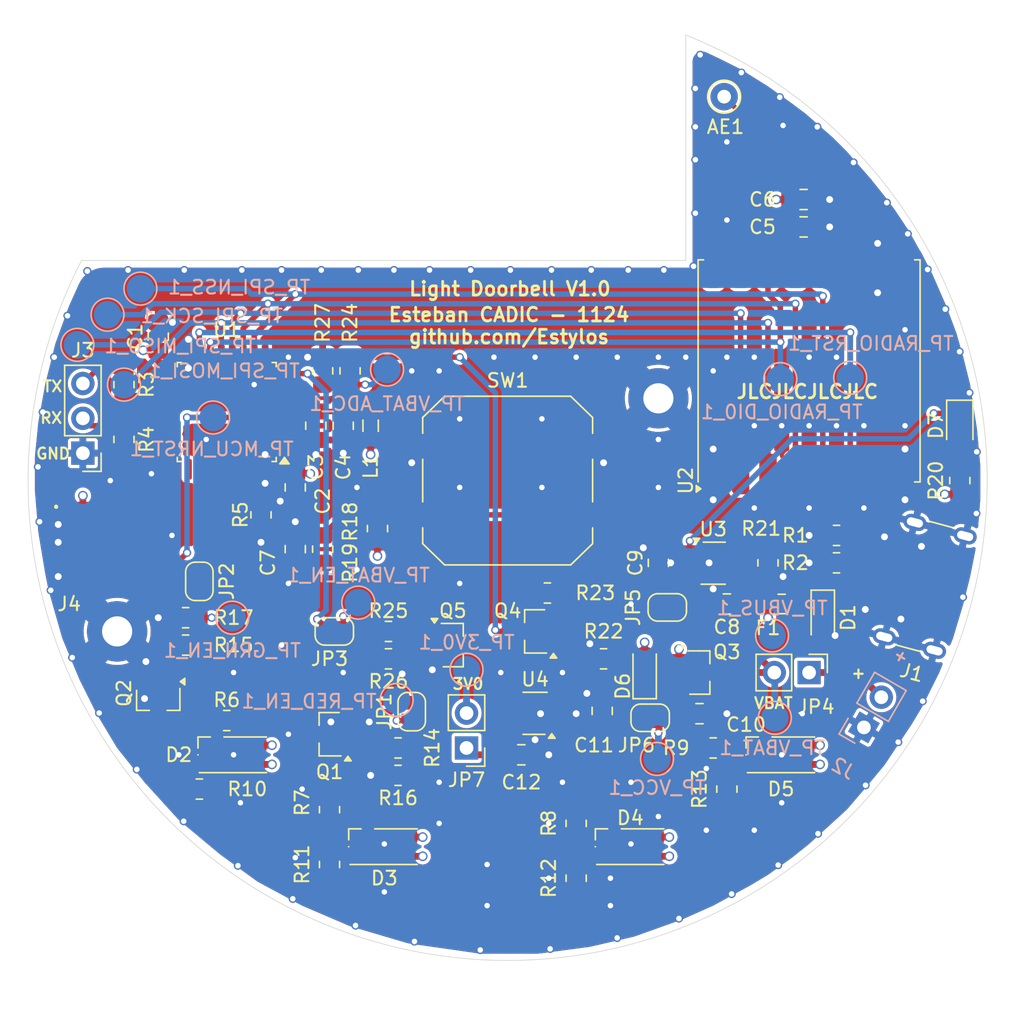
<source format=kicad_pcb>
(kicad_pcb (version 20240108) (generator "pcbnew") (generator_version "8.0")
  (title_block (title "Light Doorbell") (date "2024-11-01") (rev "V1.0") (company "Aalto ELEC-E8745") (comment 1 "Esteban CADIC"))
  (layers (0 "F.Cu" signal) (1 "In1.Cu" signal) (2 "In2.Cu" signal) (31 "B.Cu" signal) (34 "B.Paste" user) (35 "F.Paste" user) (36 "B.SilkS" user "B.Silkscreen") (37 "F.SilkS" user "F.Silkscreen") (38 "B.Mask" user) (39 "F.Mask" user) (44 "Edge.Cuts" user))
  (net 0 "")
  (net 1 "/Radio Module/RADIO_ANT")
  (net 2 "/3V0")
  (net 3 "GND")
  (net 4 "Net-(U1-VDDA)")
  (net 5 "/Interface/SW_MCU_INPUT")
  (net 6 "/Power Supply/VBUS")
  (net 7 "Net-(JP5-A)")
  (net 8 "Net-(D6-K)")
  (net 9 "/Power Supply/VCC")
  (net 10 "Net-(JP7-A)")
  (net 11 "Net-(D2-K2)")
  (net 12 "Net-(D2-K1)")
  (net 13 "Net-(D3-K2)")
  (net 14 "Net-(D3-K1)")
  (net 15 "Net-(D4-K1)")
  (net 16 "Net-(D4-K2)")
  (net 17 "Net-(D5-K2)")
  (net 18 "Net-(D5-K1)")
  (net 19 "Net-(D7-A)")
  (net 20 "Net-(D7-K)")
  (net 21 "Net-(J1-CC1)")
  (net 22 "Net-(J1-CC2)")
  (net 23 "/Power Supply/VBAT")
  (net 24 "Net-(J3-Pin_2)")
  (net 25 "Net-(J3-Pin_3)")
  (net 26 "/MCU/SWDIO")
  (net 30 "/MCU/NRST")
  (net 31 "/MCU/SWCLK")
  (net 32 "/MCU/MCU_EN_RED")
  (net 33 "/Interface/RED_MCU_EN")
  (net 34 "/Interface/GRN_MCU_EN")
  (net 35 "/MCU/MCU_EN_GRN")
  (net 36 "/MCU/MCU_EN_VBAT")
  (net 37 "/Power Supply/VBAT_MCU_EN")
  (net 38 "/Interface/LED_RED_Q")
  (net 39 "Net-(Q1-G)")
  (net 40 "/Interface/LED_GRN_Q")
  (net 41 "Net-(Q2-G)")
  (net 42 "Net-(Q4-G)")
  (net 43 "Net-(J2-Pin_2)")
  (net 44 "Net-(Q5-G)")
  (net 45 "/MCU/MCU_USART1.TX")
  (net 46 "/MCU/MCU_USART1.RX")
  (net 47 "Net-(U1-BOOT0)")
  (net 48 "Net-(U3-PROG)")
  (net 49 "/MCU/MCU_ADC_VBAT")
  (net 50 "/MCU/MCU_IN_RF_IRQ")
  (net 51 "/MCU/MCU_RST_RF")
  (net 52 "/MCU/MCU_SPI1.MISO")
  (net 53 "/MCU/MCU_SPI1.MOSI")
  (net 54 "/MCU/MCU_SPI1.NSS")
  (net 55 "/MCU/MCU_SPI1.SCK")
  (net 72 "Net-(Q4-D)")
  (net 73 "Net-(R18-Pad2)")
  (net 74 "Net-(D1-A1)")
  (footprint "PRJ_FOOTPRINTS:C_0805_2012Metric_Pad1.18x1.45mm_HandSolder" (layer "F.Cu") (at 81 74 180)
    (property "Reference" "C8")
    (property "Value" "4.7u" (hide yes))
  )
  (footprint "PRJ_FOOTPRINTS:R_0805_2012Metric_Pad1.20x1.40mm_HandSolder" (layer "F.Cu") (at 56.3 78 180)
    (property "Reference" "R26")
    (property "Value" "100k" (hide yes))
  )
  (footprint "PRJ_FOOTPRINTS:SOT-23_Handsoldering" (layer "F.Cu") (at 39.5 81 -90)
    (property "Reference" "Q2")
    (property "Value" "IRLML2502TRPBF" (hide yes))
  )
  (footprint "PRJ_FOOTPRINTS:LED_0805_2012Metric_Pad1.15x1.40mm_HandSolder" (layer "F.Cu") (at 98 61 -90)
    (property "Reference" "D7")
    (property "Value" "LED" (hide yes))
  )
  (footprint "PRJ_FOOTPRINTS:R_0805_2012Metric_Pad1.20x1.40mm_HandSolder" (layer "F.Cu") (at 84 71 -90)
    (property "Reference" "R21")
    (property "Value" "10k" (hide yes))
  )
  (footprint "PRJ_FOOTPRINTS:LED_Kingbright_KPBD-3224" (layer "F.Cu") (at 74 91.7)
    (property "Reference" "D4")
    (property "Value" "LED_Dual_Kingbright" (hide yes))
  )
  (footprint "PRJ_FOOTPRINTS:HOPERF_RFM9CW_SMD" (layer "F.Cu") (at 87 57 90)
    (property "Reference" "U2")
    (property "Value" "RFM69HCW" (hide yes))
  )
  (footprint "PRJ_FOOTPRINTS:SolderJumper-2_P1.3mm_Open_RoundedPad1.0x1.5mm" (layer "F.Cu") (at 75.4 82.3 180)
    (property "Reference" "JP6")
    (property "Value" "SolderJumper_2_Open" (hide yes))
  )
  (footprint "PRJ_FOOTPRINTS:SolderJumper-2_P1.3mm_Open_RoundedPad1.0x1.5mm" (layer "F.Cu") (at 58 81.85 -90)
    (property "Reference" "JP1")
    (property "Value" "SolderJumper_2_Open" (hide yes))
  )
  (footprint "PRJ_FOOTPRINTS:R_0805_2012Metric_Pad1.20x1.40mm_HandSolder" (layer "F.Cu") (at 67.9 73.2)
    (property "Reference" "R23")
    (property "Value" "100k" (hide yes))
  )
  (footprint "PRJ_FOOTPRINTS:R_0805_2012Metric_Pad1.20x1.40mm_HandSolder" (layer "F.Cu") (at 89 69 180)
    (property "Reference" "R1")
    (property "Value" "5.1k" (hide yes))
  )
  (footprint "PRJ_FOOTPRINTS:SOT-23_Handsoldering" (layer "F.Cu") (at 67 76 180)
    (property "Reference" "Q4")
    (property "Value" "IRLML6402TRPBF" (hide yes))
  )
  (footprint "PRJ_FOOTPRINTS:SOT-23_Handsoldering" (layer "F.Cu") (at 79 79)
    (property "Reference" "Q3")
    (property "Value" "IRLML6402TRPBF" (hide yes))
  )
  (footprint "PRJ_FOOTPRINTS:C_0805_2012Metric_Pad1.18x1.45mm_HandSolder" (layer "F.Cu") (at 53 61 -90)
    (property "Reference" "C4")
    (property "Value" "1u" (hide yes))
  )
  (footprint "PRJ_FOOTPRINTS:PinHeader_1x03_P2.54mm_Vertical" (layer "F.Cu") (at 34 63 180)
    (property "Reference" "J3")
    (property "Value" "Conn_01x03_Pin" (hide yes))
  )
  (footprint "PRJ_FOOTPRINTS:SolderJumper-2_P1.3mm_Open_RoundedPad1.0x1.5mm" (layer "F.Cu") (at 76.65 74.25)
    (property "Reference" "JP5")
    (property "Value" "SolderJumper_2_Open" (hide yes))
  )
  (footprint "PRJ_FOOTPRINTS:LED_Kingbright_KPBD-3224" (layer "F.Cu") (at 56 91.7)
    (property "Reference" "D3")
    (property "Value" "LED_Dual_Kingbright" (hide yes))
  )
  (footprint "PRJ_FOOTPRINTS:R_0805_2012Metric_Pad1.20x1.40mm_HandSolder" (layer "F.Cu") (at 89 71 180)
    (property "Reference" "R2")
    (property "Value" "5.1k" (hide yes))
  )
  (footprint "PRJ_FOOTPRINTS:C_0805_2012Metric_Pad1.18x1.45mm_HandSolder" (layer "F.Cu") (at 71.9 81.8 90)
    (property "Reference" "C11")
    (property "Value" "1u" (hide yes))
  )
  (footprint "PRJ_FOOTPRINTS:LED_Kingbright_KPBD-3224" (layer "F.Cu") (at 45 85)
    (property "Reference" "D2")
    (property "Value" "LED_Dual_Kingbright" (hide yes))
  )
  (footprint "PRJ_FOOTPRINTS:R_0805_2012Metric_Pad1.20x1.40mm_HandSolder" (layer "F.Cu") (at 51.5 70 90)
    (property "Reference" "R19")
    (property "Value" "10k" (hide yes))
  )
  (footprint "PRJ_FOOTPRINTS:THTPad_D2.0mm_Drill1.0mm" (layer "F.Cu") (at 80.8 37)
    (property "Reference" "AE1")
    (property "Value" "Antenna" (hide yes))
  )
  (footprint "PRJ_FOOTPRINTS:R_0805_2012Metric_Pad1.20x1.40mm_HandSolder" (layer "F.Cu") (at 37 62 -90)
    (property "Reference" "R4")
    (property "Value" "470R" (hide yes))
  )
  (footprint "PRJ_FOOTPRINTS:R_0805_2012Metric_Pad1.20x1.40mm_HandSolder" (layer "F.Cu") (at 55.5 68.5 90)
    (property "Reference" "R18")
    (property "Value" "10k" (hide yes))
  )
  (footprint "PRJ_FOOTPRINTS:C_0805_2012Metric_Pad1.18x1.45mm_HandSolder" (layer "F.Cu") (at 39.5 54.5 90)
    (property "Reference" "C1")
    (property "Value" "100n" (hide yes))
  )
  (footprint "PRJ_FOOTPRINTS:R_0805_2012Metric_Pad1.20x1.40mm_HandSolder" (layer "F.Cu") (at 56.3 76 180)
    (property "Reference" "R25")
    (property "Value" "470R" (hide yes))
  )
  (footprint "PRJ_FOOTPRINTS:TSOT-23-5_HandSoldering" (layer "F.Cu") (at 80 71)
    (property "Reference" "U3")
    (property "Value" "MCP73831" (hide yes))
  )
  (footprint "PRJ_FOOTPRINTS:R_0805_2012Metric_Pad1.20x1.40mm_HandSolder" (layer "F.Cu") (at 37 58 -90)
    (property "Reference" "R3")
    (property "Value" "470R" (hide yes))
  )
  (footprint "PRJ_FOOTPRINTS:TSOT-23-5_HandSoldering" (layer "F.Cu") (at 67 82 180)
    (property "Reference" "U4")
    (property "Value" "TPS7A2030PDBVR" (hide yes))
  )
  (footprint "PRJ_FOOTPRINTS:R_0805_2012Metric_Pad1.20x1.40mm_HandSolder" (layer "F.Cu") (at 81 87.5 -90)
    (property "Reference" "R13")
    (property "Value" "50R" (hide yes))
  )
  (footprint "PRJ_FOOTPRINTS:R_0805_2012Metric_Pad1.20x1.40mm_HandSolder" (layer "F.Cu") (at 72 78 180)
    (property "Reference" "R22")
    (property "Value" "100k" (hide yes))
  )
  (footprint "PRJ_FOOTPRINTS:R_0805_2012Metric_Pad1.20x1.40mm_HandSolder" (layer "F.Cu") (at 52 93 -90)
    (property "Reference" "R11")
    (property "Value" "50R" (hide yes))
  )
  (footprint "PRJ_FOOTPRINTS:C_0805_2012Metric_Pad1.18x1.45mm_HandSolder" (layer "F.Cu") (at 86.6 46.5)
    (property "Reference" "C5")
    (property "Value" "100n" (hide yes))
  )
  (footprint "PRJ_FOOTPRINTS:LED_Kingbright_KPBD-3224" (layer "F.Cu") (at 85 85)
    (property "Reference" "D5")
    (property "Value" "LED_Dual_Kingbright" (hide yes))
  )
  (footprint "PRJ_FOOTPRINTS:Fuse_0805_2012Metric_Pad1.15x1.40mm_HandSolder" (layer "F.Cu") (at 85 74 180)
    (property "Reference" "F1")
    (property "Value" "0.5A" (hide yes))
  )
  (footprint "PRJ_FOOTPRINTS:LQFP-32_7x7mm_P0.8mm" (layer "F.Cu") (at 44.5 60 180)
    (property "Reference" "U1")
    (property "Value" "STM32L051K8T6" (hide yes))
  )
  (footprint "PRJ_FOOTPRINTS:MountingHole_2.2mm_M2_Pad" (layer "F.Cu") (at 36.5 76)
    (property "Reference" "H2" (hide yes))
    (property "Value" "MountingHole_Pad" (hide yes))
  )
  (footprint "PRJ_FOOTPRINTS:R_0805_2012Metric_Pad1.20x1.40mm_HandSolder" (layer "F.Cu") (at 57 84.5)
    (property "Reference" "R14")
    (property "Value" "470R" (hide yes))
  )
  (footprint "PRJ_FOOTPRINTS:R_0805_2012Metric_Pad1.20x1.40mm_HandSolder" (layer "F.Cu") (at 53.5 57 90)
    (property "Reference" "R24")
    (property "Value" "5k" (hide yes))
  )
  (footprint "PRJ_FOOTPRINTS:R_0805_2012Metric_Pad1.20x1.40mm_HandSolder" (layer "F.Cu") (at 41.5 75 180)
    (property "Reference" "R17")
    (property "Value" "100k" (hide yes))
  )
  (footprint "PRJ_FOOTPRINTS:SOT-23_Handsoldering" (layer "F.Cu") (at 61 77)
    (property "Reference" "Q5")
    (property "Value" "IRLML2502TRPBF" (hide yes))
  )
  (footprint "PRJ_FOOTPRINTS:FTSH-105-01-L-DV-K" (layer "F.Cu") (at 34 69.46 -90)
    (property "Reference" "J4")
    (property "Value" "Conn_ARM_JTAG_SWD_10" (hide yes))
  )
  (footprint "PRJ_FOOTPRINTS:C_0805_2012Metric_Pad1.18x1.45mm_HandSolder" (layer "F.Cu") (at 79 82)
    (property "Reference" "C10")
    (property "Value" "1u" (hide yes))
  )
  (footprint "PRJ_FOOTPRINTS:SW_Push" (layer "F.Cu") (at 65 65)
    (property "Reference" "SW1")
    (property "Value" "SW_Push" (hide yes))
  )
  (footprint "PRJ_FOOTPRINTS:R_0805_2012Metric_Pad1.20x1.40mm_HandSolder" (layer "F.Cu") (at 70 90 -90)
    (property "Reference" "R8")
    (property "Value" "50R" (hide yes))
  )
  (footprint "PRJ_FOOTPRINTS:SOT-23_Handsoldering" (layer "F.Cu") (at 52 83.5 180)
    (property "Reference" "Q1")
    (property "Value" "IRLML2502TRPBF" (hide yes))
  )
  (footprint "PRJ_FOOTPRINTS:C_0805_2012Metric_Pad1.18x1.45mm_HandSolder" (layer "F.Cu") (at 51 61 -90)
    (property "Reference" "C3")
    (property "Value" "100n" (hide yes))
  )
  (footprint "PRJ_FOOTPRINTS:R_0805_2012Metric_Pad1.20x1.40mm_HandSolder" (layer "F.Cu") (at 98 65 90)
    (property "Reference" "R20")
    (property "Value" "470R" (hide yes))
  )
  (footprint "PRJ_FOOTPRINTS:D_SOD-323_HandSoldering" (layer "F.Cu") (at 88 75 -90)
    (property "Reference" "D1")
    (property "Value" "D_TVS_UNI" (hide yes))
  )
  (footprint "PRJ_FOOTPRINTS:MountingHole_2.2mm_M2_Pad" (layer "F.Cu") (at 76 59)
    (property "Reference" "H1" (hide yes))
    (property "Value" "MountingHole_Pad" (hide yes))
  )
  (footprint "PRJ_FOOTPRINTS:R_0805_2012Metric_Pad1.20x1.40mm_HandSolder" (layer "F.Cu") (at 47 67.5 -90)
    (property "Reference" "R5")
    (property "Value" "100k" (hide yes))
  )
  (footprint "PRJ_FOOTPRINTS:C_0805_2012Metric_Pad1.18x1.45mm_HandSolder" (layer "F.Cu") (at 49.5 65.5 -90)
    (property "Reference" "C2")
    (property "Value" "100n" (hide yes))
  )
  (footprint "PRJ_FOOTPRINTS:C_0805_2012Metric_Pad1.18x1.45mm_HandSolder" (layer "F.Cu") (at 66 85)
    (property "Reference" "C12")
    (property "Value" "10u" (hide yes))
  )
  (footprint "PRJ_FOOTPRINTS:C_0805_2012Metric_Pad1.18x1.45mm_HandSolder" (layer "F.Cu") (at 49.5 70 90)
    (property "Reference" "C7")
    (property "Value" "1u" (hide yes))
  )
  (footprint "PRJ_FOOTPRINTS:PinHeader_1x02_P2.54mm_Vertical" (layer "F.Cu") (at 87 79 -90)
    (property "Reference" "JP4")
    (property "Value" "Jumper_2_Bridged" (hide yes))
  )
  (footprint "PRJ_FOOTPRINTS:SolderJumper-2_P1.3mm_Open_RoundedPad1.0x1.5mm" (layer "F.Cu") (at 42.5 72.35 -90)
    (property "Reference" "JP2")
    (property "Value" "SolderJumper_2_Open" (hide yes))
  )
  (footprint "PRJ_FOOTPRINTS:L_0805_2012Metric_Pad1.05x1.20mm_HandSolder" (layer "F.Cu") (at 55 61 -90)
    (property "Reference" "L1")
    (property "Value" "L_Ferrite" (hide yes))
  )
  (footprint "PRJ_FOOTPRINTS:C_0805_2012Metric_Pad1.18x1.45mm_HandSolder" (layer "F.Cu") (at 86.6 44.5)
    (property "Reference" "C6")
    (property "Value" "10u" (hide yes))
  )
  (footprint "PRJ_FOOTPRINTS:C_0805_2012Metric_Pad1.18x1.45mm_HandSolder" (layer "F.Cu") (at 76 71 90)
    (property "Reference" "C9")
    (property "Value" "4.7u" (hide yes))
  )
  (footprint "PRJ_FOOTPRINTS:PinHeader_1x02_P2.54mm_Vertical" (layer "F.Cu") (at 62 84.5 180)
    (property "Reference" "JP7")
    (property "Value" "Jumper_2_Bridged" (hide yes))
  )
  (footprint "PRJ_FOOTPRINTS:R_0805_2012Metric_Pad1.20x1.40mm_HandSolder" (layer "F.Cu") (at 44.5 82.5 180)
    (property "Reference" "R6")
    (property "Value" "50R" (hide yes))
  )
  (footprint "PRJ_FOOTPRINTS:R_0805_2012Metric_Pad1.20x1.40mm_HandSolder" (layer "F.Cu") (at 57 86.5 180)
    (property "Reference" "R16")
    (property "Value" "100k" (hide yes))
  )
  (footprint "PRJ_FOOTPRINTS:R_0805_2012Metric_Pad1.20x1.40mm_HandSolder" (layer "F.Cu") (at 51.5 57 -90)
    (property "Reference" "R27")
    (property "Value" "10k" (hide yes))
  )
  (footprint "PRJ_FOOTPRINTS:R_0805_2012Metric_Pad1.20x1.40mm_HandSolder" (layer "F.Cu") (at 41.5 77)
    (property "Reference" "R15")
    (property "Value" "470R" (hide yes))
  )
  (footprint "PRJ_FOOTPRINTS:R_0805_2012Metric_Pad1.20x1.40mm_HandSolder" (layer "F.Cu") (at 42.5 87.5 180)
    (property "Reference" "R10")
    (property "Value" "50R" (hide yes))
  )
  (footprint "PRJ_FOOTPRINTS:R_0805_2012Metric_Pad1.20x1.40mm_HandSolder" (layer "F.Cu") (at 70 94 -90)
    (property "Reference" "R12")
    (property "Value" "50R" (hide yes))
  )
  (footprint "PRJ_FOOTPRINTS:D_SOD-323_HandSoldering" (layer "F.Cu") (at 75 78.9 90)
    (property "Reference" "D6")
    (property "Value" "D_Schottky_BAT20JFILM" (hide yes))
  )
  (footprint "PRJ_FOOTPRINTS:USB_C_Receptacle_GCT_USB4125-xx-x_6P_TopMnt_Horizontal" (layer "F.Cu") (at 96.5 73 75)
    (property "Reference" "J1")
    (property "Value" "USB_C_Receptacle_PowerOnly_6P" (hide yes))
  )
  (footprint "PRJ_FOOTPRINTS:R_0805_2012Metric_Pad1.20x1.40mm_HandSolder" (layer "F.Cu") (at 52 89 -90)
    (property "Reference" "R7")
    (property "Value" "50R" (hide yes))
  )
  (footprint "PRJ_FOOTPRINTS:R_0805_2012Metric_Pad1.20x1.40mm_HandSolder" (layer "F.Cu") (at 80 84.5)
    (property "Reference" "R9")
    (property "Value" "50R" (hide yes))
  )
  (footprint "PRJ_FOOTPRINTS:SolderJumper-2_P1.3mm_Open_RoundedPad1.0x1.5mm" (layer "F.Cu") (at 52.35 76 180)
    (property "Reference" "JP3")
    (property "Value" "SolderJumper_2_Open" (hide yes))
  )
  (footprint "PRJ_FOOTPRINTS:TestPoint_Pad_D2.0mm" (layer "B.Cu") (at 44.9 75 180)
    (property "Reference" "TP_GRN_EN_1")
    (property "Value" "TestPoint")
  )
  (footprint "PRJ_FOOTPRINTS:TestPoint_Pad_D2.0mm" (layer "B.Cu") (at 38.2 51 180)
    (property "Reference" "TP_SPI_NSS_1")
    (property "Value" "TestPoint")
  )
  (footprint "PRJ_FOOTPRINTS:TestPoint_Pad_D2.0mm" (layer "B.Cu") (at 84.3 76.3 180)
    (property "Reference" "TP_VBUS_1")
    (property "Value" "TestPoint")
  )
  (footprint "PRJ_FOOTPRINTS:TestPoint_Pad_D2.0mm" (layer "B.Cu") (at 84.5 82.3 180)
    (property "Reference" "TP_VBAT_1")
    (property "Value" "TestPoint")
  )
  (footprint "PRJ_FOOTPRINTS:TestPoint_Pad_D2.0mm" (layer "B.Cu") (at 43.5 60.4 180)
    (property "Reference" "TP_MCU_NRST_1")
    (property "Value" "TestPoint")
  )
  (footprint "PRJ_FOOTPRINTS:TestPoint_Pad_D2.0mm" (layer "B.Cu") (at 75.9 85.3 180)
    (property "Reference" "TP_VCC_1")
    (property "Value" "TestPoint")
  )
  (footprint "PRJ_FOOTPRINTS:TestPoint_Pad_D2.0mm" (layer "B.Cu") (at 54.1 73.9 180)
    (property "Reference" "TP_VBAT_EN_1")
    (property "Value" "TestPoint")
  )
  (footprint "PRJ_FOOTPRINTS:TestPoint_Pad_D2.0mm" (layer "B.Cu") (at 90 57.5 180)
    (property "Reference" "TP_RADIO_RST_1")
    (property "Value" "TestPoint")
  )
  (footprint "PRJ_FOOTPRINTS:TestPoint_Pad_D2.0mm" (layer "B.Cu") (at 37 58 180)
    (property "Reference" "TP_SPI_MOSI_1")
    (property "Value" "TestPoint")
  )
  (footprint "PRJ_FOOTPRINTS:TestPoint_Pad_D2.0mm" (layer "B.Cu") (at 56.9 81 180)
    (property "Reference" "TP_RED_EN_1")
    (property "Value" "TestPoint")
  )
  (footprint "PRJ_FOOTPRINTS:TestPoint_Pad_D2.0mm" (layer "B.Cu") (at 62 78.8 180)
    (property "Reference" "TP_3V0_1")
    (property "Value" "TestPoint")
  )
  (footprint "PRJ_FOOTPRINTS:PinHeader_1x02_P2.54mm_Vertical" (layer "B.Cu") (at 91 83 -30)
    (property "Reference" "J2")
    (property "Value" "Conn_01x02_Socket")
  )
  (footprint "PRJ_FOOTPRINTS:TestPoint_Pad_D2.0mm" (layer "B.Cu") (at 33.6 55.1 180)
    (property "Reference" "TP_SPI_MISO_1")
    (property "Value" "TestPoint")
  )
  (footprint "PRJ_FOOTPRINTS:TestPoint_Pad_D2.0mm" (layer "B.Cu") (at 35.8 52.9 180)
    (property "Reference" "TP_SPI_SCK_1")
    (property "Value" "TestPoint")
  )
  (footprint "PRJ_FOOTPRINTS:TestPoint_Pad_D2.0mm" (layer "B.Cu") (at 56.2 56.9 180)
    (property "Reference" "TP_VBAT_ADC_1")
    (property "Value" "TestPoint")
  )
  (footprint "PRJ_FOOTPRINTS:TestPoint_Pad_D2.0mm" (layer "B.Cu") (at 84.9 57.6 180)
    (property "Reference" "TP_RADIO_DI0_1")
    (property "Value" "TestPoint")
  )
  (gr_arc (start 99.997321 65) (mid 56.741798 99.009037) (end 33.9 48.95) (stroke (width 0.05)) (layer "Edge.Cuts"))
  (gr_arc (start 77.998673 32.503317) (mid 88.533253 39.092744) (end 96.101722 48.947498) (stroke (width 0.05)) (layer "Edge.Cuts"))
  (gr_arc (start 96.101723 48.947498) (mid 99.011471 56.740469) (end 100 65) (stroke (width 0.05)) (layer "Edge.Cuts"))
  (gr_line (start 78 48.95) (end 77.998673 32.503317) (stroke (width 0.05)) (layer "Edge.Cuts"))
  (gr_line (start 78 48.95) (end 33.9 48.95) (stroke (width 0.05)) (layer "Edge.Cuts"))
  (gr_text "+" (at 94 78.5 330) (layer "B.SilkS") (effects (font (size 0.8 0.8) (thickness 0.16) (bold yes)) (justify left bottom mirror)))
  (gr_text "TX" (at 31 58.6 0) (layer "F.SilkS") (effects (font (size 0.8 0.8) (thickness 0.16) (bold yes)) (justify left bottom)))
  (gr_text "Light Doorbell V1.0" (at 57.7 51.6 0) (layer "F.SilkS") (effects (font (size 1 1) (thickness 0.2) (bold yes)) (justify left bottom)))
  (gr_text "Esteban CADIC - 1124\ngithub.com/Estylos" (at 65.1 55.1 0) (layer "F.SilkS") (effects (font (size 1 1) (thickness 0.2) (bold yes)) (justify bottom)))
  (gr_text "VBAT" (at 82.9 81.7 0) (layer "F.SilkS") (effects (font (size 0.8 0.8) (thickness 0.16) (bold yes)) (justify left bottom)))
  (gr_text "JLCJLCJLCJLC" (at 81.6 59.1 0) (layer "F.SilkS") (effects (font (size 1 1) (thickness 0.2) (bold yes)) (justify left bottom)))
  (gr_text "RX" (at 30.8 60.9 0) (layer "F.SilkS") (effects (font (size 0.8 0.8) (thickness 0.16) (bold yes)) (justify left bottom)))
  (gr_text "+" (at 90 79.5 -0) (layer "F.SilkS") (effects (font (size 0.8 0.8) (thickness 0.16) (bold yes)) (justify left bottom)))
  (gr_text "3V0" (at 60.9 80.3 0) (layer "F.SilkS") (effects (font (size 0.8 0.8) (thickness 0.16) (bold yes)) (justify left bottom)))
  (gr_text "GND" (at 30.5 63.5 0) (layer "F.SilkS") (effects (font (size 0.8 0.8) (thickness 0.16) (bold yes)) (justify left bottom)))
  (segment (start 94 49.475) (end 94 48.828427) (width 0.36) (layer "F.Cu") (net 1))
  (segment (start 93.414213 47.414213) (end 87.585786 41.585786) (width 0.36) (layer "F.Cu") (net 1))
  (segment (start 86.171573 41) (end 85.628427 41) (width 0.36) (layer "F.Cu") (net 1))
  (segment (start 84.214213 40.414213) (end 80.8 37) (width 0.36) (layer "F.Cu") (net 1))
  (arc (start 93.414213 47.414213) (mid 93.847759 48.06306) (end 94 48.828427) (width 0.36) (layer "F.Cu") (net 1))
  (arc (start 84.214213 40.414213) (mid 84.86306 40.847759) (end 85.628427 41) (width 0.36) (layer "F.Cu") (net 1))
  (arc (start 87.585786 41.585786) (mid 86.93694 41.152241) (end 86.171573 41) (width 0.36) (layer "F.Cu") (net 1))
  (segment (start 34 66.92) (end 34 66.1) (width 0.5) (layer "F.Cu") (net 2))
  (segment (start 39.5 55.5375) (end 38.4375 55.5375) (width 0.5) (layer "F.Cu") (net 2))
  (segment (start 75.6 91) (end 76.8 91) (width 0.5) (layer "F.Cu") (net 2))
  (segment (start 49.5 64.4625) (end 50.5625 64.4625) (width 0.5) (layer "F.Cu") (net 2))
  (segment (start 39.5 56.375) (end 40.325 57.2) (width 0.5) (layer "F.Cu") (net 2))
  (segment (start 75.6 92.4) (end 76.8 92.4) (width 0.5) (layer "F.Cu") (net 2))
  (segment (start 86.6 85.7) (end 87.8 85.7) (width 0.5) (layer "F.Cu") (net 2))
  (segment (start 46.6 85.7) (end 47.8 85.7) (width 0.5) (layer "F.Cu") (net 2))
  (segment (start 85.5625 44.5) (end 85.5625 46.5) (width 0.5) (layer "F.Cu") (net 2))
  (segment (start 39.5 55.5375) (end 39.5 56.375) (width 0.5) (layer "F.Cu") (net 2))
  (segment (start 85.5625 44.5) (end 84.6 44.5) (width 0.5) (layer "F.Cu") (net 2))
  (segment (start 57.6 91) (end 58.8 91) (width 0.5) (layer "F.Cu") (net 2))
  (segment (start 55.5 69.5) (end 55.5 70.5) (width 0.5) (layer "F.Cu") (net 2))
  (segment (start 46.6 84.3) (end 47.8 84.3) (width 0.5) (layer "F.Cu") (net 2))
  (segment (start 49.5 64.4625) (end 49.5 63.625) (width 0.5) (layer "F.Cu") (net 2))
  (segment (start 50.5625 64.4625) (end 50.6 64.5) (width 0.5) (layer "F.Cu") (net 2))
  (segment (start 57.6 92.4) (end 58.8 92.4) (width 0.5) (layer "F.Cu") (net 2))
  (segment (start 49.5 63.625) (end 48.675 62.8) (width 0.5) (layer "F.Cu") (net 2))
  (segment (start 85.5625 46.5) (end 85.5625 49.0375) (width 0.5) (layer "F.Cu") (net 2))
  (segment (start 38.4375 55.5375) (end 38.4 55.5) (width 0.5) (layer "F.Cu") (net 2))
  (segment (start 55 62.15) (end 55 63.1) (width 0.5) (layer "F.Cu") (net 2))
  (segment (start 86.6 84.3) (end 87.8 84.3) (width 0.5) (layer "F.Cu") (net 2))
  (segment (start 85.5625 49.0375) (end 86 49.475) (width 0.5) (layer "F.Cu") (net 2))
  (via (at 55.5 70.5) (size 0.7) (drill 0.5) (layers "F.Cu" "B.Cu") (net 2))
  (via (at 38.4 55.5) (size 0.7) (drill 0.5) (layers "F.Cu" "B.Cu") (net 2))
  (via (at 34 66.1) (size 0.7) (drill 0.5) (layers "F.Cu" "B.Cu") (net 2))
  (via (at 58.8 92.4) (size 0.7) (drill 0.5) (layers "F.Cu" "B.Cu") (net 2))
  (via (at 76.8 92.4) (size 0.7) (drill 0.5) (layers "F.Cu" "B.Cu") (net 2))
  (via (at 55 63.1) (size 0.7) (drill 0.5) (layers "F.Cu" "B.Cu") (net 2))
  (via (at 47.8 85.7) (size 0.7) (drill 0.5) (layers "F.Cu" "B.Cu") (net 2))
  (via (at 58.8 91) (size 0.7) (drill 0.5) (layers "F.Cu" "B.Cu") (net 2))
  (via (at 84.6 44.5) (size 0.7) (drill 0.5) (layers "F.Cu" "B.Cu") (net 2))
  (via (at 87.8 85.7) (size 0.7) (drill 0.5) (layers "F.Cu" "B.Cu") (net 2))
  (via (at 47.8 84.3) (size 0.7) (drill 0.5) (layers "F.Cu" "B.Cu") (net 2))
  (via (at 50.6 64.5) (size 0.7) (drill 0.5) (layers "F.Cu" "B.Cu") (net 2))
  (via (at 87.8 84.3) (size 0.7) (drill 0.5) (layers "F.Cu" "B.Cu") (net 2))
  (via (at 76.8 91) (size 0.7) (drill 0.5) (layers "F.Cu" "B.Cu") (net 2))
  (segment (start 62 78.8) (end 62 81.96) (width 0.5) (layer "B.Cu") (net 2))
  (segment (start 72 62.5) (end 72 63.7) (width 0.5) (layer "F.Cu") (net 3))
  (segment (start 59.5 77.95) (end 59.5 78.8) (width 0.5) (layer "F.Cu") (net 3))
  (segment (start 51 62.0375) (end 51 63.1) (width 0.5) (layer "F.Cu") (net 3))
  (segment (start 70.781371 80.518628) (end 71.025243 80.7625) (width 0.5) (layer "F.Cu") (net 3))
  (segment (start 58 62.5) (end 58 63.7) (width 0.5) (layer "F.Cu") (net 3))
  (segment (start 84 72) (end 85.1 72) (width 0.5) (layer "F.Cu") (net 3))
  (segment (start 34 69.46) (end 32.24 69.46) (width 0.5) (layer "F.Cu") (net 3))
  (segment (start 51.5 56) (end 50.4 56) (width 0.5) (layer "F.Cu") (net 3))
  (segment (start 67.0375 85) (end 68 85) (width 0.5) (layer "F.Cu") (net 3))
  (segment (start 53 62.0375) (end 53 63) (width 0.5) (layer "F.Cu") (net 3))
  (segment (start 40.5375 53.4625) (end 39.5 53.4625) (width 0.5) (layer "F.Cu") (net 3))
  (segment (start 47.3 64.175) (end 47.3 65.2) (width 0.5) (layer "F.Cu") (net 3))
  (segment (start 71 78) (end 71 76.9) (width 0.5) (layer "F.Cu") (net 3))
  (segment (start 41.7 55.825) (end 41.7 54.7) (width 0.5) (layer "F.Cu") (net 3))
  (segment (start 80.0375 82) (end 81 82) (width 0.5) (layer "F.Cu") (net 3))
  (segment (start 52.15 82.55) (end 52.1 82.6) (width 0.5) (layer "F.Cu") (net 3))
  (segment (start 57.35 77.95) (end 57.3 78) (width 0.5) (layer "F.Cu") (net 3))
  (segment (start 80 64.525) (end 80 66.4) (width 0.5) (layer "F.Cu") (net 3))
  (segment (start 67.0375 85) (end 67.0375 83.9375) (width 0.5) (layer "F.Cu") (net 3))
  (segment (start 54.85 82.55) (end 54.9 82.6) (width 0.5) (layer "F.Cu") (net 3))
  (segment (start 53.5 82.55) (end 54.85 82.55) (width 0.5) (layer "F.Cu") (net 3))
  (segment (start 78.29 71) (end 79.7 71) (width 0.5) (layer "F.Cu") (net 3))
  (segment (start 76 69.9625) (end 74.9625 69.9625) (width 0.5) (layer "F.Cu") (net 3))
  (segment (start 87.6375 44.5) (end 88.5 44.5) (width 0.5) (layer "F.Cu") (net 3))
  (segment (start 40.5 75) (end 39.5 75) (width 0.5) (layer "F.Cu") (net 3))
  (segment (start 79.9625 74) (end 79.9625 72.9375) (width 0.5) (layer "F.Cu") (net 3))
  (segment (start 79.9625 72.9375) (end 80 72.9) (width 0.5) (layer "F.Cu") (net 3))
  (segment (start 34 72) (end 32.2 72) (width 0.5) (layer "F.Cu") (net 3))
  (segment (start 80 64.525) (end 80 62.7) (width 0.5) (layer "F.Cu") (net 3))
  (segment (start 38.55 79.5) (end 38.55 80.85) (width 0.5) (layer "F.Cu") (net 3))
  (segment (start 76 69.9625) (end 76 70.1) (width 0.5) (layer "F.Cu") (net 3))
  (segment (start 88 76.25) (end 88.85 76.25) (width 0.5) (layer "F.Cu") (net 3))
  (segment (start 38.55 79.5) (end 38.55 78.25) (width 0.5) (layer "F.Cu") (net 3))
  (segment (start 53.5 82.55) (end 52.15 82.55) (width 0.5) (layer "F.Cu") (net 3))
  (segment (start 74.9625 69.9625) (end 74.9 69.9) (width 0.5) (layer "F.Cu") (net 3))
  (segment (start 92 49.475) (end 92 47.7) (width 0.5) (layer "F.Cu") (net 3))
  (segment (start 48.4375 66.5375) (end 48.4 66.5) (width 0.5) (layer "F.Cu") (net 3))
  (segment (start 94 64.525) (end 94 66.4) (width 0.5) (layer "F.Cu") (net 3))
  (segment (start 71.025243 80.7625) (end 71.9 80.7625) (width 0.5) (layer "F.Cu") (net 3))
  (segment (start 47.3 64.175) (end 47.3 63.1) (width 0.5) (layer "F.Cu") (net 3))
  (segment (start 88 71) (end 87 71) (width 0.5) (layer "F.Cu") (net 3))
  (segment (start 67.0375 83.9375) (end 67 83.9) (width 0.5) (layer "F.Cu") (net 3))
  (segment (start 32.24 69.46) (end 32.2 69.5) (width 0.5) (layer "F.Cu") (net 3))
  (segment (start 49.5 68.9625) (end 49.5 68) (width 0.5) (layer "F.Cu") (net 3))
  (segment (start 56 86.5) (end 55 86.5) (width 0.5) (layer "F.Cu") (net 3))
  (segment (start 87.6375 46.5) (end 88.5 46.5) (width 0.5) (layer "F.Cu") (net 3))
  (segment (start 47 68.5) (end 47 69.5) (width 0.5) (layer "F.Cu") (net 3))
  (segment (start 94 64.525) (end 94 62.7) (width 0.5) (layer "F.Cu") (net 3))
  (segment (start 68.71 82) (end 70 82) (width 0.5) (layer "F.Cu") (net 3))
  (segment (start 88.85 76.25) (end 88.9 76.3) (width 0.5) (layer "F.Cu") (net 3))
  (segment (start 68.71 82) (end 67.4 82) (width 0.5) (layer "F.Cu") (net 3))
  (segment (start 32.21 68.19) (end 32.2 68.2) (width 0.5) (layer "F.Cu") (net 3))
  (segment (start 57.3 78) (end 57.3 79.1) (width 0.5) (layer "F.Cu") (net 3))
  (segment (start 38.55 80.85) (end 38.5 80.9) (width 0.5) (layer "F.Cu") (net 3))
  (segment (start 59.5 77.95) (end 57.35 77.95) (width 0.5) (layer "F.Cu") (net 3))
  (segment (start 49.5 66.5375) (end 48.4375 66.5375) (width 0.5) (layer "F.Cu") (net 3))
  (segment (start 88 69) (end 87 69) (width 0.5) (layer "F.Cu") (net 3))
  (segment (start 34 68.19) (end 32.21 68.19) (width 0.5) (layer "F.Cu") (net 3))
  (segment (start 41.7 55.825) (end 41.7 56.8) (width 0.5) (layer "F.Cu") (net 3))
  (segment (start 78.29 71) (end 76.9 71) (width 0.5) (layer "F.Cu") (net 3))
  (segment (start 92 49.475) (end 92 51.3) (width 0.5) (layer "F.Cu") (net 3))
  (segment (start 38.55 78.25) (end 38.6 78.2) (width 0.5) (layer "F.Cu") (net 3))
  (via (at 76 62) (size 0.6) (drill 0.4) (layers "F.Cu" "B.Cu") (net 3))
  (via (at 89 56) (size 0.6) (drill 0.4) (layers "F.Cu" "B.Cu") (net 3))
  (via (at 68.1 99.150399) (size 0.6) (drill 0.4) (layers "F.Cu" "B.Cu") (net 3))
  (via (at 47.3 63.1) (size 0.7) (drill 0.5) (layers "F.Cu" "B.Cu") (net 3))
  (via (at 80 72.9) (size 0.7) (drill 0.5) (layers "F.Cu" "B.Cu") (net 3))
  (via (at 50 87.5) (size 0.6) (drill 0.4) (layers "F.Cu" "B.Cu") (net 3))
  (via (at 73 56) (size 0.6) (drill 0.4) (layers "F.Cu" "B.Cu") (net 3))
  (via (at 35.189532 81.950631) (size 0.6) (drill 0.4) (layers "F.Cu" "B.Cu") (net 3))
  (via (at 54.9 82.6) (size 0.7) (drill 0.5) (layers "F.Cu" "B.Cu") (net 3))
  (via (at 68 94) (size 0.6) (drill 0.4) (layers "F.Cu" "B.Cu") (net 3))
  (via (at 49.5 68) (size 0.7) (drill 0.5) (layers "F.Cu" "B.Cu") (net 3))
  (via (at 59.5 78.8) (size 0.7) (drill 0.5) (layers "F.Cu" "B.Cu") (net 3))
  (via (at 72.5 94) (size 0.6) (drill 0.4) (layers "F.Cu" "B.Cu") (net 3))
  (via (at 45 85) (size 0.6) (drill 0.4) (layers "F.Cu" "B.Cu") (net 3))
  (via (at 30.839635 68) (size 0.6) (drill 0.4) (layers "F.Cu" "B.Cu") (net 3))
  (via (at 95.286561 81.086561) (size 0.6) (drill 0.4) (layers "F.Cu" "B.Cu") (net 3))
  (via (at 67.5 65.5) (size 0.6) (drill 0.4) (layers "F.Cu" "B.Cu") (net 3))
  (via (at 79.7 71) (size 0.7) (drill 0.5) (layers "F.Cu" "B.Cu") (net 3))
  (via (at 95.2 69.8) (size 0.7) (drill 0.5) (layers "F.Cu" "B.Cu") (net 3))
  (via (at 63 99.23211) (size 0.6) (drill 0.4) (layers "F.Cu" "B.Cu") (net 3))
  (via (at 41.360811 89.839189) (size 0.6) (drill 0.4) (layers "F.Cu" "B.Cu") (net 3))
  (via (at 31.911208 56) (size 0.6) (drill 0.4) (layers "F.Cu" "B.Cu") (net 3))
  (via (at 93.5 84.073718) (size 0.6) (drill 0.4) (layers "F.Cu" "B.Cu") (net 3))
  (via (at 83 61) (size 0.6) (drill 0.4) (layers "F.Cu" "B.Cu") (net 3))
  (via (at 83 90.5) (size 0.6) (drill 0.4) (layers "F.Cu" "B.Cu") (net 3))
  (via (at 31.656376 73) (size 0.6) (drill 0.4) (layers "F.Cu" "B.Cu") (net 3))
  (via (at 64.5 79) (size 0.6) (drill 0.4) (layers "F.Cu" "B.Cu") (net 3))
  (via (at 94 61) (size 0.6) (drill 0.4) (layers "F.Cu" "B.Cu") (net 3))
  (via (at 87.647184 90.747184) (size 0.6) (drill 0.4) (layers "F.Cu" "B.Cu") (net 3))
  (via (at 80 62.7) (size 0.7) (drill 0.5) (layers "F.Cu" "B.Cu") (net 3))
  (via (at 47 69.5) (size 0.7) (drill 0.5) (layers "F.Cu" "B.Cu") (net 3))
  (via (at 85 88.5) (size 0.6) (drill 0.4) (layers "F.Cu" "B.Cu") (net 3))
  (via (at 54 65.5) (size 0.6) (drill 0.4) (layers "F.Cu" "B.Cu") (net 3))
  (via (at 48.5 77) (size 0.6) (drill 0.4) (layers "F.Cu" "B.Cu") (net 3))
  (via (at 37.938009 86.061991) (size 0.6) (drill 0.4) (layers "F.Cu" "B.Cu") (net 3))
  (via (at 32.2 69.5) (size 0.7) (drill 0.5) (layers "F.Cu" "B.Cu") (net 3))
  (via (at 98.694724 58.6) (size 0.6) (drill 0.4) (layers "F.Cu" "B.Cu") (net 3))
  (via (at 98.222983 73.5) (size 0.6) (drill 0.4) (layers "F.Cu" "B.Cu") (net 3))
  (via (at 46.5 58) (size 0.6) (drill 0.4) (layers "F.Cu" "B.Cu") (net 3))
  (via (at 76.9 71) (size 0.7) (drill 0.5) (layers "F.Cu" "B.Cu") (net 3))
  (via (at 78.569968 49.369968) (size 0.6) (drill 0.4) (layers "F.Cu" "B.Cu") (net 3))
  (via (at 90.237363 41.799922) (size 0.6) (drill 0.4) (layers "F.Cu" "B.Cu") (net 3))
  (via (at 70 56) (size 0.6) (drill 0.4) (layers "F.Cu" "B.Cu") (net 3))
  (via (at 68 85) (size 0.7) (drill 0.5) (layers "F.Cu" "B.Cu") (net 3))
  (via (at 58 63.7) (size 0.7) (drill 0.5) (layers "F.Cu" "B.Cu") (net 3))
  (via (at 45 79) (size 0.6) (drill 0.4) (layers "F.Cu" "B.Cu") (net 3))
  (via (at 81 40.3) (size 0.6) (drill 0.4) (layers "F.Cu" "B.Cu") (net 3))
  (via (at 61.5 65.5) (size 0.6) (drill 0.4) (layers "F.Cu" "B.Cu") (net 3))
  (via (at 78.699721 45.5) (size 0.6) (drill 0.4) (layers "F.Cu" "B.Cu") (net 3))
  (via (at 62.3 49.65) (size 0.6) (drill 0.4) (layers "F.Cu" "B.Cu") (net 3))
  (via (at 83 67) (size 0.6) (drill 0.4) (layers "F.Cu" "B.Cu") (net 3))
  (via (at 56.7 49.65) (size 0.6) (drill 0.4) (layers "F.Cu" "B.Cu") (net 3))
  (via (at 87 67) (size 0.6) (drill 0.4) (layers "F.Cu" "B.Cu") (net 3))
  (via (at 87 69) (size 0.7) (drill 0.5) (layers "F.Cu" "B.Cu") (net 3))
  (via (at 85.1 72) (size 0.7) (drill 0.5) (layers "F.Cu" "B.Cu") (net 3))
  (via (at 71 76.9) (size 0.7) (drill 0.5) (layers "F.Cu" "B.Cu") (net 3))
  (via (at 41.4 49.65) (size 0.6) (drill 0.4) (layers "F.Cu" "B.Cu") (net 3))
  (via (at 78 56) (size 0.6) (drill 0.4) (layers "F.Cu" "B.Cu") (net 3))
  (via (at 33.226149 77.905495) (size 0.6) (drill 0.4) (layers "F.Cu" "B.Cu") (net 3))
  (via (at 70.781371 80.518628) (size 0.7) (drill 0.5) (layers "F.Cu" "B.Cu") (net 3))
  (via (at 74 91.5) (size 0.6) (drill 0.4) (layers "F.Cu" "B.Cu") (net 3))
  (via (at 94.193735 47.006265) (size 0.6) (drill 0.4) (layers "F.Cu" "B.Cu") (net 3))
  (via (at 59.3 49.65) (size 0.6) (drill 0.4) (layers "F.Cu" "B.Cu") (net 3))
  (via (at 45.6 49.65) (size 0.6) (drill 0.4) (layers "F.Cu" "B.Cu") (net 3))
  (via (at 36 65) (size 0.6) (drill 0.4) (layers "F.Cu" "B.Cu") (net 3))
  (via (at 65.2 49.65) (size 0.6) (drill 0.4) (layers "F.Cu" "B.Cu") (net 3))
  (via (at 74 87) (size 0.6) (drill 0.4) (layers "F.Cu" "B.Cu") (net 3))
  (via (at 58 57) (size 0.6) (drill 0.4) (layers "F.Cu" "B.Cu") (net 3))
  (via (at 54 71.5) (size 0.6) (drill 0.4) (layers "F.Cu" "B.Cu") (net 3))
  (via (at 49 72.5) (size 0.6) (drill 0.4) (layers "F.Cu" "B.Cu") (net 3))
  (via (at 67 56) (size 0.6) (drill 0.4) (layers "F.Cu" "B.Cu") (net 3))
  (via (at 96.933153 52.5) (size 0.6) (drill 0.4) (layers "F.Cu" "B.Cu") (net 3))
  (via (at 92.5 69.1) (size 0.7) (drill 0.5) (layers "F.Cu" "B.Cu") (net 3))
  (via (at 41.7 56.8) (size 0.7) (drill 0.5) (layers "F.Cu" "B.Cu") (net 3))
  (via (at 79.5 86) (size 0.6) (drill 0.4) (layers "F.Cu" "B.Cu") (net 3))
  (via (at 72.991055 98.350749) (size 0.6) (drill 0.4) (layers "F.Cu" "B.Cu") (net 3))
  (via (at 54.1 49.65) (size 0.6) (drill 0.4) (layers "F.Cu" "B.Cu") (net 3))
  (via (at 45.316901 93.083099) (size 0.6) (drill 0.4) (layers "F.Cu" "B.Cu") (net 3))
  (via (at 99.228917 62.9) (size 0.6) (drill 0.4) (layers "F.Cu" "B.Cu") (net 3))
  (via (at 92 51.3) (size 0.7) (drill 0.5) (layers "F.Cu" "B.Cu") (net 3))
  (via (at 78.699406 41.6) (size 0.6) (drill 0.4) (layers "F.Cu" "B.Cu") (net 3))
  (via (at 57.3 79.1) (size 0.7) (drill 0.5) (layers "F.Cu" "B.Cu") (net 3))
  (via (at 87 71) (size 0.7) (drill 0.5) (layers "F.Cu" "B.Cu") (net 3))
  (via (at 77.5 96.934019) (size 0.6) (drill 0.4) (layers "F.Cu" "B.Cu") (net 3))
  (via (at 93.7 75.1) (size 0.7) (drill 0.5) (layers "F.Cu" "B.Cu") (net 3))
  (via (at 94 62.7) (size 0.7) (drill 0.5) (layers "F.Cu" "B.Cu") (net 3))
  (via (at 52.1 82.6) (size 0.7) (drill 0.5) (layers "F.Cu" "B.Cu") (net 3))
  (via (at 97.979519 55.6) (size 0.6) (drill 0.4) (layers "F.Cu" "B.Cu") (net 3))
  (via (at 68.2 49.65) (size 0.6) (drill 0.4) (layers "F.Cu" "B.Cu") (net 3))
  (via (at 43 62) (size 0.6) (drill 0.4) (layers "F.Cu" "B.Cu") (net 3))
  (via (at 92.667486 44.733692) (size 0.6) (drill 0.4) (layers "F.Cu" "B.Cu") (net 3))
  (via (at 81 82) (size 0.7) (drill 0.5) (layers "F.Cu" "B.Cu") (net 3))
  (via (at 49.318549 95.499533) (size 0.6) (drill 0.4) (layers "F.Cu" "B.Cu") (net 3))
  (via (at 41 85) (size 0.6) (drill 0.4) (layers "F.Cu" "B.Cu") (net 3))
  (via (at 72.5 96) (size 0.6) (drill 0.4) (layers "F.Cu" "B.Cu") (net 3))
  (via (at 81.344891 95.144891) (size 0.6) (drill 0.4) (layers "F.Cu" "B.Cu") (net 3))
  (via (at 73.8 49.65) (size 0.6) (drill 0.4) (layers "F.Cu" "B.Cu") (net 3))
  (via (at 60 57) (size 0.6) (drill 0.4) (layers "F.Cu" "B.Cu") (net 3))
  (via (at 72 63.7) (size 0.7) (drill 0.5) (layers "F.Cu" "B.Cu") (net 3))
  (via (at 84.857855 37.042145) (size 0.6) (drill 0.4) (layers "F.Cu" "B.Cu") (net 3))
  (via (at 91.1 74.4) (size 0.7) (drill 0.5) (layers "F.Cu" "B.Cu") (net 3))
  (via (at 76 89.5) (size 0.6) (drill 0.4) (layers "F.Cu" "B.Cu") (net 3))
  (via (at 40.5375 53.4625) (size 0.7) (drill 0.5) (layers "F.Cu" "B.Cu") (net 3))
  (via (at 53.9 97.444402) (size 0.6) (drill 0.4) (layers "F.Cu" "B.Cu") (net 3))
  (via (at 37.3 49.65) (size 0.6) (drill 0.4) (layers "F.Cu" "B.Cu") (net 3))
  (via (at 95.645759 49.604677) (size 0.6) (drill 0.4) (layers "F.Cu" "B.Cu") (net 3))
  (via (at 87 61) (size 0.6) (drill 0.4) (layers "F.Cu" "B.Cu") (net 3))
  (via (at 61.5 72.5) (size 0.6) (drill 0.4) (layers "F.Cu" "B.Cu") (net 3))
  (via (at 94 66.4) (size 0.7) (drill 0.5) (layers "F.Cu" "B.Cu") (net 3))
  (via (at 61.5 60.5) (size 0.6) (drill 0.4) (layers "F.Cu" "B.Cu") (net 3))
  (via (at 53 79) (size 0.6) (drill 0.4) (layers "F.Cu" "B.Cu") (net 3))
  (via (at 63.5 93) (size 0.6) (drill 0.4) (layers "F.Cu" "B.Cu") (net 3))
  (via (at 38.6 78.2) (size 0.7) (drill 0.5) (layers "F.Cu" "B.Cu") (net 3))
  (via (at 85.1 39.1) (size 0.6) (drill 0.4) (layers "F.Cu" "B.Cu") (net 3))
  (via (at 85 61) (size 0.6) (drill 0.4) (layers "F.Cu" "B.Cu") (net 3))
  (via (at 70 82) (size 0.7) (drill 0.5) (layers "F.Cu" "B.Cu") (net 3))
  (via (at 86.5 82) (size 0.6) (drill 0.4) (layers "F.Cu" "B.Cu") (net 3))
  (via (at 81 46) (size 0.6) (drill 0.4) (layers "F.Cu" "B.Cu") (net 3))
  (via (at 91 67) (size 0.6) (drill 0.4) (layers "F.Cu" "B.Cu") (net 3))
  (via (at 79.5 90.5) (size 0.6) (drill 0.4) (layers "F.Cu" "B.Cu") (net 3))
  (via (at 67.4 82) (size 0.7) (drill 0.5) (layers "F.Cu" "B.Cu") (net 3))
  (via (at 71.1 49.65) (size 0.6) (drill 0.4) (layers "F.Cu" "B.Cu") (net 3))
  (via (at 88.5 44.5) (size 0.7) (drill 0.5) (layers "F.Cu" "B.Cu") (net 3))
  (via (at 67.5 60.5) (size 0.6) (drill 0.4) (layers "F.Cu" "B.Cu") (net 3))
  (via (at 79.05 33.95) (size 0.6) (drill 0.4) (layers "F.Cu" "B.Cu") (net 3))
  (via (at 51 63.1) (size 0.7) (drill 0.5) (layers "F.Cu" "B.Cu") (net 3))
  (via (at 51.4 49.65) (size 0.6) (drill 0.4) (layers "F.Cu" "B.Cu") (net 3))
  (via (at 41.7 54.7) (size 0.7) (drill 0.5) (layers "F.Cu" "B.Cu") (net 3))
  (via (at 60 87) (size 0.6) (drill 0.4) (layers "F.Cu" "B.Cu") (net 3))
  (via (at 58.2 98.6114) (size 0.6) (drill 0.4) (layers "F.Cu" "B.Cu") (net 3))
  (via (at 67 83.9) (size 0.7) (drill 0.5) (layers "F.Cu" "B.Cu") (net 3))
  (via (at 34.325 49.725) (size 0.6) (drill 0.4) (layers "F.Cu" "B.Cu") (net 3))
  (via (at 45.5 88.5) (size 0.6) (drill 0.4) (layers "F.Cu" "B.Cu") (net 3))
  (via (at 76 65.5) (size 0.6) (drill 0.4) (layers "F.Cu" "B.Cu") (net 3))
  (via (at 92 47.7) (size 0.7) (drill 0.5) (layers "F.Cu" "B.Cu") (net 3))
  (via (at 40.5 69) (size 0.6) (drill 0.4) (layers "F.Cu" "B.Cu") (net 3))
  (via (at 84.740175 93.040175) (size 0.6) (drill 0.4) (layers "F.Cu" "B.Cu") (net 3))
  (via (at 49 56) (size 0.6) (drill 0.4) (layers "F.Cu" "B.Cu") (net 3))
  (via (at 64 56) (size 0.6) (drill 0.4) (layers "F.Cu" "B.Cu") (net 3))
  (via (at 89 61) (size 0.6) (drill 0.4) (layers "F.Cu" "B.Cu") (net 3))
  (via (at 63.5 96) (size 0.6) (drill 0.4) (layers "F.Cu" "B.Cu") (net 3))
  (via (at 85 85) (size 0.6) (drill 0.4) (layers "F.Cu" "B.Cu") (net 3))
  (via (at 48.5 49.65) (size 0.6) (drill 0.4) (layers "F.Cu" "B.Cu") (net 3))
  (via (at 87.595625 39.204375) (size 0.6) (drill 0.4) (layers "F.Cu" "B.Cu") (net 3))
  (via (at 55 86.5) (size 0.7) (drill 0.5) (layers "F.Cu" "B.Cu") (net 3))
  (via (at 38.5 80.9) (size 0.7) (drill 0.5) (layers "F.Cu" "B.Cu") (net 3))
  (via (at 76 56) (size 0.6) (drill 0.4) (layers "F.Cu" "B.Cu") (net 3))
  (via (at 56 95) (size 0.6) (drill 0.4) (layers "F.Cu" "B.Cu") (net 3))
  (via (at 32.2 68.2) (size 0.7) (drill 0.5) (layers "F.Cu" "B.Cu") (net 3))
  (via (at 49.5 92.5) (size 0.6) (drill 0.4) (layers "F.Cu" "B.Cu") (net 3))
  (via (at 39.5 75) (size 0.7) (drill 0.5) (layers "F.Cu" "B.Cu") (net 3))
  (via (at 99.20585 67.4) (size 0.6) (drill 0.4) (layers "F.Cu" "B.Cu") (net 3))
  (via (at 94 54) (size 0.6) (drill 0.4) (layers "F.Cu" "B.Cu") (net 3))
  (via (at 60 90) (size 0.6) (drill 0.4) (layers "F.Cu" "B.Cu") (net 3))
  (via (at 68 90) (size 0.6) (drill 0.4) (layers "F.Cu" "B.Cu") (net 3))
  (via (at 82.052443 35.247557) (size 0.6) (drill 0.4) (layers "F.Cu" "B.Cu") (net 3))
  (via (at 80 57) (size 0.6) (drill 0.4) (layers "F.Cu" "B.Cu") (net 3))
  (via (at 91.118367 87.218367) (size 0.6) (drill 0.4) (layers "F.Cu" "B.Cu") (net 3))
  (via (at 53 63) (size 0.7) (drill 0.5) (layers "F.Cu" "B.Cu") (net 3))
  (via (at 76.4 49.65) (size 0.6) (drill 0.4) (layers "F.Cu" "B.Cu") (net 3))
  (via (at 78.69914 36.4) (size 0.6) (drill 0.4) (layers "F.Cu" "B.Cu") (net 3))
  (via (at 91 61) (size 0.6) (drill 0.4) (layers "F.Cu" "B.Cu") (net 3))
  (via (at 88.5 46.5) (size 0.7) (drill 0.5) (layers "F.Cu" "B.Cu") (net 3))
  (via (at 69 79) (size 0.6) (drill 0.4) (layers "F.Cu" "B.Cu") (net 3))
  (via (at 80 66.4) (size 0.7) (drill 0.5) (layers "F.Cu" "B.Cu") (net 3))
  (via (at 88.9 76.3) (size 0.7) (drill 0.5) (layers "F.Cu" "B.Cu") (net 3))
  (via (at 48.4 66.5) (size 0.7) (drill 0.5) (layers "F.Cu" "B.Cu") (net 3))
  (via (at 69 87) (size 0.6) (drill 0.4) (layers "F.Cu" "B.Cu") (net 3))
  (via (at 56 91.5) (size 0.6) (drill 0.4) (layers "F.Cu" "B.Cu") (net 3))
  (via (at 30.723728 64) (size 0.6) (drill 0.4) (layers "F.Cu" "B.Cu") (net 3))
  (via (at 50.4 56) (size 0.7) (drill 0.5) (layers "F.Cu" "B.Cu") (net 3))
  (via (at 32.880529 52.980473) (size 0.6) (drill 0.4) (layers "F.Cu" "B.Cu") (net 3))
  (via (at 87 56) (size 0.6) (drill 0.4) (layers "F.Cu" "B.Cu") (net 3))
  (via (at 74.9 69.9) (size 0.7) (drill 0.5) (layers "F.Cu" "B.Cu") (net 3))
  (via (at 31.075535 60) (size 0.6) (drill 0.4) (layers "F.Cu" "B.Cu") (net 3))
  (via (at 39 64.5) (size 0.6) (drill 0.4) (layers "F.Cu" "B.Cu") (net 3))
  (via (at 32.2 72) (size 0.7) (drill 0.5) (layers "F.Cu" "B.Cu") (net 3))
  (via (at 81 56) (size 0.6) (drill 0.4) (layers "F.Cu" "B.Cu") (net 3))
  (via (at 49 83.5) (size 0.6) (drill 0.4) (layers "F.Cu" "B.Cu") (net 3))
  (via (at 47.3 65.2) (size 0.7) (drill 0.5) (layers "F.Cu" "B.Cu") (net 3))
  (via (at 83 56) (size 0.6) (drill 0.4) (layers "F.Cu" "B.Cu") (net 3))
  (via (at 78.699213 39.2) (size 0.6) (drill 0.4) (layers "F.Cu" "B.Cu") (net 3))
  (via (at 74 74) (size 0.6) (drill 0.4) (layers "F.Cu" "B.Cu") (net 3))
  (segment (start 48.675 59.6) (end 50.6375 59.6) (width 0.4) (layer "F.Cu") (net 4))
  (segment (start 53 59.9625) (end 51 59.9625) (width 0.4) (layer "F.Cu") (net 4))
  (segment (start 50.6375 59.6) (end 51 59.9625) (width 0.4) (layer "F.Cu") (net 4))
  (segment (start 54.8875 59.9625) (end 55 59.85) (width 0.4) (layer "F.Cu") (net 4))
  (segment (start 53 59.9625) (end 54.8875 59.9625) (width 0.4) (layer "F.Cu") (net 4))
  (segment (start 44.9 68.460661) (end 47.476839 71.0375) (width 0.4) (layer "F.Cu") (net 5))
  (segment (start 44.9 64.175) (end 44.9 68.460661) (width 0.4) (layer "F.Cu") (net 5))
  (segment (start 49.5 71.0375) (end 51.4625 71.0375) (width 0.4) (layer "F.Cu") (net 5))
  (segment (start 47.476839 71.0375) (end 49.5 71.0375) (width 0.4) (layer "F.Cu") (net 5))
  (segment (start 51.4625 71.0375) (end 51.5 71) (width 0.4) (layer "F.Cu") (net 5))
  (segment (start 82.0375 74) (end 82.0375 72.2775) (width 0.5) (layer "F.Cu") (net 6))
  (segment (start 83.975 74) (end 83.975 74.975) (width 0.5) (layer "F.Cu") (net 6))
  (segment (start 75 77.65) (end 75 76.8) (width 0.5) (layer "F.Cu") (net 6))
  (segment (start 83.975 74.975) (end 84 75) (width 0.5) (layer "F.Cu") (net 6))
  (segment (start 82.0375 72.2775) (end 81.71 71.95) (width 0.5) (layer "F.Cu") (net 6))
  (segment (start 96.9 66) (end 98 66) (width 0.5) (layer "F.Cu") (net 6))
  (segment (start 77.5 77.3) (end 77.5 78.05) (width 0.5) (layer "F.Cu") (net 6))
  (segment (start 77.45 78) (end 77.5 78.05) (width 0.5) (layer "F.Cu") (net 6))
  (segment (start 77.5 78.05) (end 76.65 78.9) (width 0.5) (layer "F.Cu") (net 6))
  (segment (start 73.9 78.9) (end 73 78) (width 0.5) (layer "F.Cu") (net 6))
  (segment (start 76.65 78.9) (end 73.9 78.9) (width 0.5) (layer "F.Cu") (net 6))
  (segment (start 83.975 74) (end 82.0375 74) (width 0.5) (layer "F.Cu") (net 6))
  (via (at 75 76.8) (size 0.7) (drill 0.5) (layers "F.Cu" "B.Cu") (net 6))
  (via (at 77.5 77.3) (size 0.7) (drill 0.5) (layers "F.Cu" "B.Cu") (net 6))
  (via (at 96.9 66) (size 0.7) (drill 0.5) (layers "F.Cu" "B.Cu") (net 6))
  (via (at 84 75) (size 0.7) (drill 0.5) (layers "F.Cu" "B.Cu") (net 6))
  (segment (start 84.131371 75) (end 84 75) (width 0.5) (layer "B.Cu") (net 6))
  (segment (start 84 75) (end 84 76) (width 0.5) (layer "B.Cu") (net 6))
  (segment (start 84 76) (end 84.3 76.3) (width 0.5) (layer "B.Cu") (net 6))
  (segment (start 78.29 71.95) (end 76.0875 71.95) (width 0.5) (layer "F.Cu") (net 7))
  (segment (start 76.0875 71.95) (end 76 72.0375) (width 0.5) (layer "F.Cu") (net 7))
  (segment (start 76 72.0375) (end 76 74.25) (width 0.5) (layer "F.Cu") (net 7))
  (segment (start 76.05 83.35) (end 76 83.4) (width 0.5) (layer "F.Cu") (net 8))
  (segment (start 76.05 82.3) (end 77.6625 82.3) (width 0.5) (layer "F.Cu") (net 8))
  (segment (start 77.9625 80.4125) (end 77.5 79.95) (width 0.5) (layer "F.Cu") (net 8))
  (segment (start 76.05 79.95) (end 75.85 80.15) (width 0.5) (layer "F.Cu") (net 8))
  (segment (start 75.85 80.15) (end 75 80.15) (width 0.5) (layer "F.Cu") (net 8))
  (segment (start 76.05 82.3) (end 76.05 83.35) (width 0.5) (layer "F.Cu") (net 8))
  (segment (start 77.6625 82.3) (end 77.9625 82) (width 0.5) (layer "F.Cu") (net 8))
  (segment (start 77.9625 82) (end 77.9625 80.4125) (width 0.5) (layer "F.Cu") (net 8))
  (segment (start 77.5 79.95) (end 76.05 79.95) (width 0.5) (layer "F.Cu") (net 8))
  (via (at 76 83.4) (size 0.6) (drill 0.4) (layers "F.Cu" "B.Cu") (net 8))
  (segment (start 76 83.4) (end 76 85.2) (width 0.5) (layer "B.Cu") (net 8))
  (segment (start 76 85.2) (end 75.9 85.3) (width 0.5) (layer "B.Cu") (net 8))
  (segment (start 70.181371 81.05) (end 71.9 82.768629) (width 0.5) (layer "F.Cu") (net 9))
  (segment (start 68.71 81.05) (end 70.181371 81.05) (width 0.5) (layer "F.Cu") (net 9))
  (segment (start 71.9 82.8375) (end 71.7875 82.95) (width 0.5) (layer "F.Cu") (net 9))
  (segment (start 71.7875 82.95) (end 68.71 82.95) (width 0.5) (layer "F.Cu") (net 9))
  (segment (start 71.9 82.768629) (end 71.9 82.8375) (width 0.5) (layer "F.Cu") (net 9))
  (segment (start 74.2125 82.8375) (end 74.75 82.3) (width 0.5) (layer "F.Cu") (net 9))
  (segment (start 72.506129 82.8375) (end 71.9 82.8375) (width 0.5) (layer "F.Cu") (net 9))
  (segment (start 71.9 82.8375) (end 74.2125 82.8375) (width 0.5) (layer "F.Cu") (net 9))
  (segment (start 64.9625 85) (end 64.9625 83.2775) (width 0.5) (layer "F.Cu") (net 10))
  (segment (start 64.9625 83.2775) (end 65.29 82.95) (width 0.5) (layer "F.Cu") (net 10))
  (segment (start 62.5 85) (end 62 84.5) (width 0.5) (layer "F.Cu") (net 10))
  (segment (start 64.9625 85) (end 62.5 85) (width 0.5) (layer "F.Cu") (net 10))
  (segment (start 43.5 85.8) (end 43.4 85.7) (width 0.5) (layer "F.Cu") (net 11))
  (segment (start 43.5 87.5) (end 43.5 85.8) (width 0.5) (layer "F.Cu") (net 11))
  (segment (start 43.5 82.5) (end 43.5 84.2) (width 0.5) (layer "F.Cu") (net 12))
  (segment (start 43.5 84.2) (end 43.4 84.3) (width 0.5) (layer "F.Cu") (net 12))
  (segment (start 54.4 92.4) (end 52.4 92.4) (width 0.5) (layer "F.Cu") (net 13))
  (segment (start 52.4 92.4) (end 52 92) (width 0.5) (layer "F.Cu") (net 13))
  (segment (start 53.4 90) (end 54.4 91) (width 0.5) (layer "F.Cu") (net 14))
  (segment (start 52 90) (end 53.4 90) (width 0.5) (layer "F.Cu") (net 14))
  (segment (start 72.4 91) (end 70 91) (width 0.5) (layer "F.Cu") (net 15))
  (segment (start 71.2 93) (end 70 93) (width 0.5) (layer "F.Cu") (net 16))
  (segment (start 71.8 92.4) (end 71.2 93) (width 0.5) (layer "F.Cu") (net 16))
  (segment (start 72.4 92.4) (end 71.8 92.4) (width 0.5) (layer "F.Cu") (net 16))
  (segment (start 82.6 86.5) (end 83.4 85.7) (width 0.5) (layer "F.Cu") (net 17))
  (segment (start 81 86.5) (end 82.6 86.5) (width 0.5) (layer "F.Cu") (net 17))
  (segment (start 81.2 84.3) (end 81 84.5) (width 0.5) (layer "F.Cu") (net 18))
  (segment (start 83.4 84.3) (end 81.2 84.3) (width 0.5) (layer "F.Cu") (net 18))
  (segment (start 98 64) (end 98 62.025) (width 0.4) (layer "F.Cu") (net 19))
  (segment (start 96.1 60.1) (end 97.875 60.1) (width 0.4) (layer "F.Cu") (net 20))
  (segment (start 97.875 60.1) (end 98 59.975) (width 0.4) (layer "F.Cu") (net 20))
  (segment (start 78.29 70.05) (end 78.29 69.41) (width 0.4) (layer "F.Cu") (net 20))
  (segment (start 78.29 69.41) (end 78.3 69.4) (width 0.4) (layer "F.Cu") (net 20))
  (via (at 96.1 60.1) (size 0.6) (drill 0.4) (layers "F.Cu" "B.Cu") (net 20))
  (via (at 78.3 69.4) (size 0.6) (drill 0.4) (layers "F.Cu" "B.Cu") (net 20))
  (segment (start 78.3 69.4) (end 85.75 61.95) (width 0.4) (layer "B.Cu") (net 20))
  (segment (start 85.75 61.95) (end 94.25 61.95) (width 0.4) (layer "B.Cu") (net 20))
  (segment (start 94.25 61.95) (end 96.1 60.1) (width 0.4) (layer "B.Cu") (net 20))
  (segment (start 92.603626 72.579684) (end 91.023942 71) (width 0.4) (layer "F.Cu") (net 21))
  (segment (start 91.023942 71) (end 90 71) (width 0.4) (layer "F.Cu") (net 21))
  (segment (start 92.999509 72.579684) (end 92.603626 72.579684) (width 0.4) (layer "F.Cu") (net 21))
  (segment (start 93.258328 71.613759) (end 92.813759 71.613759) (width 0.4) (layer "F.Cu") (net 22))
  (segment (start 92.86031 71.616336) (end 93.258328 71.616336) (width 0.4) (layer "F.Cu") (net 22))
  (segment (start 90.243974 69) (end 92.86031 71.616336) (width 0.4) (layer "F.Cu") (net 22))
  (segment (start 90 69) (end 90.243974 69) (width 0.4) (layer "F.Cu") (net 22))
  (segment (start 78.75 75.7) (end 81.16 75.7) (width 0.5) (layer "F.Cu") (net 23))
  (segment (start 81.16 75.7) (end 84.46 79) (width 0.5) (layer "F.Cu") (net 23))
  (segment (start 84.46 79) (end 80.5 79) (width 0.5) (layer "F.Cu") (net 23))
  (segment (start 73.6 75.7) (end 71.1 73.2) (width 0.5) (layer "F.Cu") (net 23))
  (segment (start 68.9 74.65) (end 68.5 75.05) (width 0.5) (layer "F.Cu") (net 23))
  (segment (start 76.605 75.7) (end 73.6 75.7) (width 0.5) (layer "F.Cu") (net 23))
  (segment (start 71.1 73.2) (end 68.9 73.2) (width 0.5) (layer "F.Cu") (net 23))
  (segment (start 68.9 73.2) (end 68.9 74.65) (width 0.5) (layer "F.Cu") (net 23))
  (segment (start 76.605 75.7) (end 81.16 75.7) (width 0.5) (layer "F.Cu") (net 23))
  (segment (start 77.3 74.25) (end 78.75 75.7) (width 0.5) (layer "F.Cu") (net 23))
  (segment (start 84.5 82.3) (end 84.5 79.04) (width 0.5) (layer "B.Cu") (net 23))
  (segment (start 84.5 79.04) (end 84.46 79) (width 0.5) (layer "B.Cu") (net 23))
  (segment (start 34.54 61) (end 34 60.46) (width 0.4) (layer "F.Cu") (net 24))
  (segment (start 37 61) (end 34.54 61) (width 0.4) (layer "F.Cu") (net 24))
  (segment (start 37 57) (end 34.92 57) (width 0.4) (layer "F.Cu") (net 25))
  (segment (start 34.92 57) (end 34 57.92) (width 0.4) (layer "F.Cu") (net 25))
  (segment (start 39.575001 62) (end 38.1 63.475001) (width 0.4) (layer "F.Cu") (net 26))
  (segment (start 38.1 63.475001) (end 38.1 66.89) (width 0.4) (layer "F.Cu") (net 26))
  (segment (start 40.325 62) (end 39.575001 62) (width 0.4) (layer "F.Cu") (net 26))
  (segment (start 38.1 66.89) (end 38.07 66.92) (width 0.4) (layer "F.Cu") (net 26))
  (segment (start 39.865 72) (end 38.07 72) (width 0.4) (layer "F.Cu") (net 30))
  (segment (start 41.6 70.265) (end 39.865 72) (width 0.4) (layer "F.Cu") (net 30))
  (segment (start 41.6 60.4) (end 48.675 60.4) (width 0.4) (layer "F.Cu") (net 30))
  (via (at 41.6 60.4) (size 0.6) (drill 0.4) (layers "F.Cu" "B.Cu") (net 30))
  (via (at 41.6 70.265) (size 0.6) (drill 0.4) (layers "F.Cu" "B.Cu") (net 30))
  (segment (start 43.5 60.4) (end 41.6 60.4) (width 0.4) (layer "B.Cu") (net 30))
  (segment (start 41.6 70.265) (end 41.6 60.4) (width 0.4) (layer "B.Cu") (net 30))
  (segment (start 40.325 62.8) (end 40.325 67.23) (width 0.4) (layer "F.Cu") (net 31))
  (segment (start 40.325 67.23) (end 39.365 68.19) (width 0.4) (layer "F.Cu") (net 31))
  (segment (start 39.365 68.19) (end 38.07 68.19) (width 0.4) (layer "F.Cu") (net 31))
  (segment (start 43.3 69.135299) (end 46.7 72.535299) (width 0.4) (layer "F.Cu") (net 32))
  (segment (start 46.7 72.535299) (end 46.7 76.9) (width 0.4) (layer "F.Cu") (net 32))
  (segment (start 43.3 64.175) (end 43.3 69.135299) (width 0.4) (layer "F.Cu") (net 32))
  (segment (start 51 81.2) (end 58 81.2) (width 0.4) (layer "F.Cu") (net 32))
  (segment (start 46.7 76.9) (end 51 81.2) (width 0.4) (layer "F.Cu") (net 32))
  (segment (start 58 86.5) (end 58 84.5) (width 0.4) (layer "F.Cu") (net 33))
  (segment (start 58 84.5) (end 58 82.5) (width 0.4) (layer "F.Cu") (net 33))
  (segment (start 58 82.5) (end 56.9 82.5) (width 0.4) (layer "F.Cu") (net 33))
  (via (at 56.9 82.5) (size 0.6) (drill 0.4) (layers "F.Cu" "B.Cu") (net 33))
  (segment (start 56.9 81) (end 56.9 82.5) (width 0.4) (layer "B.Cu") (net 33))
  (segment (start 42.5 73) (end 42.5 75) (width 0.4) (layer "F.Cu") (net 34))
  (segment (start 42.5 75) (end 43.4 75) (width 0.4) (layer "F.Cu") (net 34))
  (segment (start 42.5 75) (end 42.5 77) (width 0.4) (layer "F.Cu") (net 34))
  (via (at 43.4 75) (size 0.6) (drill 0.4) (layers "F.Cu" "B.Cu") (net 34))
  (segment (start 43.4 75) (end 44.9 75) (width 0.4) (layer "B.Cu") (net 34))
  (segment (start 42.5 64.175) (end 42.5 71.7) (width 0.4) (layer "F.Cu") (net 35))
  (segment (start 51.7 75.7) (end 51.1 75.1) (width 0.4) (layer "F.Cu") (net 36))
  (segment (start 51.7 76) (end 51.7 75.7) (width 0.4) (layer "F.Cu") (net 36))
  (segment (start 50.4 57.2) (end 48.675 57.2) (width 0.4) (layer "F.Cu") (net 36))
  (via (at 51.1 75.1) (size 0.6) (drill 0.4) (layers "F.Cu" "B.Cu") (net 36))
  (via (at 50.4 57.2) (size 0.6) (drill 0.4) (layers "F.Cu" "B.Cu") (net 36))
  (segment (start 51.1 75.1) (end 51.75 74.45) (width 0.4) (layer "B.Cu") (net 36))
  (segment (start 51.75 58.55) (end 50.4 57.2) (width 0.4) (layer "B.Cu") (net 36))
  (segment (start 51.75 74.45) (end 51.75 58.55) (width 0.4) (layer "B.Cu") (net 36))
  (segment (start 55.3 78) (end 55.3 76) (width 0.4) (layer "F.Cu") (net 37))
  (segment (start 53 76) (end 53 74.9) (width 0.4) (layer "F.Cu") (net 37))
  (segment (start 55.3 76) (end 53 76) (width 0.4) (layer "F.Cu") (net 37))
  (via (at 53 74.9) (size 0.6) (drill 0.4) (layers "F.Cu" "B.Cu") (net 37))
  (segment (start 53.1 74.9) (end 54.1 73.9) (width 0.4) (layer "B.Cu") (net 37))
  (segment (start 53 74.9) (end 53.1 74.9) (width 0.4) (layer "B.Cu") (net 37))
  (segment (start 70 89) (end 53.5 89) (width 0.5) (layer "F.Cu") (net 38))
  (segment (start 79 84.5) (end 74.5 89) (width 0.5) (layer "F.Cu") (net 38))
  (segment (start 53.5 89) (end 52.5 88) (width 0.5) (layer "F.Cu") (net 38))
  (segment (start 49.5 82.5) (end 50.5 83.5) (width 0.5) (layer "F.Cu") (net 38))
  (segment (start 50.5 86.5) (end 50.5 83.5) (width 0.5) (layer "F.Cu") (net 38))
  (segment (start 45.5 82.5) (end 49.5 82.5) (width 0.5) (layer "F.Cu") (net 38))
  (segment (start 52.5 88) (end 52 88) (width 0.5) (layer "F.Cu") (net 38))
  (segment (start 74.5 89) (end 70 89) (width 0.5) (layer "F.Cu") (net 38))
  (segment (start 52 88) (end 50.5 86.5) (width 0.5) (layer "F.Cu") (net 38))
  (segment (start 55.95 84.45) (end 56 84.5) (width 0.5) (layer "F.Cu") (net 39))
  (segment (start 53.5 84.45) (end 55.95 84.45) (width 0.5) (layer "F.Cu") (net 39))
  (segment (start 81 90.9) (end 81 88.5) (width 0.5) (layer "F.Cu") (net 40))
  (segment (start 76.9 95) (end 81 90.9) (width 0.5) (layer "F.Cu") (net 40))
  (segment (start 64 95) (end 63 94) (width 0.5) (layer "F.Cu") (net 40))
  (segment (start 70 95) (end 76.9 95) (width 0.5) (layer "F.Cu") (net 40))
  (segment (start 48 94) (end 52 94) (width 0.5) (layer "F.Cu") (net 40))
  (segment (start 39.5 85.5) (end 41.5 87.5) (width 0.5) (layer "F.Cu") (net 40))
  (segment (start 39.5 82.5) (end 39.5 85.5) (width 0.5) (layer "F.Cu") (net 40))
  (segment (start 63 94) (end 52 94) (width 0.5) (layer "F.Cu") (net 40))
  (segment (start 70 95) (end 64 95) (width 0.5) (layer "F.Cu") (net 40))
  (segment (start 41.5 87.5) (end 48 94) (width 0.5) (layer "F.Cu") (net 40))
  (segment (start 40.5 79.45) (end 40.45 79.5) (width 0.4) (layer "F.Cu") (net 41))
  (segment (start 40.5 77) (end 40.5 79.45) (width 0.4) (layer "F.Cu") (net 41))
  (segment (start 66.9 75.35) (end 68.5 76.95) (width 0.4) (layer "F.Cu") (net 42))
  (segment (start 68.45 77) (end 68.5 76.95) (width 0.3) (layer "F.Cu") (net 42))
  (segment (start 66.9 73.2) (end 66.9 75.35) (width 0.4) (layer "F.Cu") (net 42))
  (segment (start 68.5 76.95) (end 62.55 76.95) (width 0.3) (layer "F.Cu") (net 42))
  (segment (start 62.55 76.95) (end 62.5 77) (width 0.3) (layer "F.Cu") (net 42))
  (segment (start 90.469705 79) (end 92.27 80.800295) (width 0.5) (layer "F.Cu") (net 43))
  (segment (start 87 79) (end 90.469705 79) (width 0.5) (layer "F.Cu") (net 43))
  (segment (start 57.35 76.05) (end 57.3 76) (width 0.4) (layer "F.Cu") (net 44))
  (segment (start 59.5 76.05) (end 57.35 76.05) (width 0.4) (layer "F.Cu") (net 44))
  (segment (start 37.2 58.8) (end 40.325 58.8) (width 0.4) (layer "F.Cu") (net 45))
  (segment (start 37 59) (end 37.2 58.8) (width 0.4) (layer "F.Cu") (net 45))
  (segment (start 37 63) (end 38.7 61.3) (width 0.4) (layer "F.Cu") (net 46))
  (segment (start 38.7 61.3) (end 38.7 60.475001) (width 0.4) (layer "F.Cu") (net 46))
  (segment (start 39.575001 59.6) (end 40.325 59.6) (width 0.4) (layer "F.Cu") (net 46))
  (segment (start 38.7 60.475001) (end 39.575001 59.6) (width 0.4) (layer "F.Cu") (net 46))
  (segment (start 47 66.5) (end 46.5 66) (width 0.4) (layer "F.Cu") (net 47))
  (segment (start 46.5 66) (end 46.5 64.175) (width 0.4) (layer "F.Cu") (net 47))
  (segment (start 83.95 70.05) (end 84 70) (width 0.5) (layer "F.Cu") (net 48))
  (segment (start 81.71 70.05) (end 83.95 70.05) (width 0.5) (layer "F.Cu") (net 48))
  (segment (start 51.5 58) (end 53.5 58) (width 0.4) (layer "F.Cu") (net 49))
  (segment (start 50.7 58.8) (end 48.675 58.8) (width 0.4) (layer "F.Cu") (net 49))
  (segment (start 53.5 58) (end 54.6 58) (width 0.4) (layer "F.Cu") (net 49))
  (segment (start 51.5 58) (end 50.7 58.8) (width 0.4) (layer "F.Cu") (net 49))
  (via (at 54.6 58) (size 0.6) (drill 0.4) (layers "F.Cu" "B.Cu") (net 49))
  (segment (start 55.1 58) (end 56.2 56.9) (width 0.4) (layer "B.Cu") (net 49))
  (segment (start 54.6 58) (end 55.1 58) (width 0.4) (layer "B.Cu") (net 49))
  (segment (start 84.9 54.9) (end 84.9 52.3) (width 0.4) (layer "F.Cu") (net 50))
  (segment (start 84 51.4) (end 84 49.475) (width 0.4) (layer "F.Cu") (net 50))
  (segment (start 43.3 55.825) (end 43.3 54.9) (width 0.4) (layer "F.Cu") (net 50))
  (segment (start 84.9 52.3) (end 84 51.4) (width 0.4) (layer "F.Cu") (net 50))
  (via (at 84.9 54.9) (size 0.6) (drill 0.4) (layers "F.Cu" "B.Cu") (net 50))
  (via (at 43.3 54.9) (size 0.6) (drill 0.4) (layers "F.Cu" "B.Cu") (net 50))
  (segment (start 43.3 54.9) (end 84.9 54.9) (width 0.4) (layer "B.Cu") (net 50))
  (segment (start 84.9 54.9) (end 84.9 57.6) (width 0.4) (layer "B.Cu") (net 50))
  (segment (start 90 54.2) (end 90 64.525) (width 0.4) (layer "F.Cu") (net 51))
  (segment (start 42.5 55.825) (end 42.5 54.2) (width 0.4) (layer "F.Cu") (net 51))
  (via (at 90 54.2) (size 0.6) (drill 0.4) (layers "F.Cu" "B.Cu") (net 51))
  (via (at 42.5 54.2) (size 0.6) (drill 0.4) (layers "F.Cu" "B.Cu") (net 51))
  (segment (start 90 54.2) (end 90 57.5) (width 0.4) (layer "B.Cu") (net 51))
  (segment (start 42.5 54.2) (end 90 54.2) (width 0.4) (layer "B.Cu") (net 51))
  (segment (start 44.9 53.4) (end 45.5 52.8) (width 0.4) (layer "F.Cu") (net 52))
  (segment (start 44.9 55.825) (end 44.9 53.4) (width 0.4) (layer "F.Cu") (net 52))
  (segment (start 82 52.8) (end 82 64.525) (width 0.4) (layer "F.Cu") (net 52))
  (via (at 45.5 52.8) (size 0.6) (drill 0.4) (layers "F.Cu" "B.Cu") (net 52))
  (via (at 82 52.8) (size 0.6) (drill 0.4) (layers "F.Cu" "B.Cu") (net 52))
  (segment (start 37.3 55.1) (end 33.6 55.1) (width 0.4) (layer "B.Cu") (net 52))
  (segment (start 81.9 52.8) (end 82 52.9) (width 0.4) (layer "B.Cu") (net 52))
  (segment (start 45.4125 52.7125) (end 39.6875 52.7125) (width 0.4) (layer "B.Cu") (net 52))
  (segment (start 45.5 52.8) (end 81.9 52.8) (width 0.4) (layer "B.Cu") (net 52))
  (segment (start 82 52.9) (end 82 52.8) (width 0.4) (layer "B.Cu") (net 52))
  (segment (start 39.6875 52.7125) (end 37.3 55.1) (width 0.4) (layer "B.Cu") (net 52))
  (segment (start 45.5 52.8) (end 45.4125 52.7125) (width 0.4) (layer "B.Cu") (net 52))
  (segment (start 84 53.5) (end 84 64.525) (width 0.4) (layer "F.Cu") (net 53))
  (segment (start 44.1 55.825) (end 44.1 53.5) (width 0.4) (layer "F.Cu") (net 53))
  (via (at 84 53.5) (size 0.6) (drill 0.4) (layers "F.Cu" "B.Cu") (net 53))
  (via (at 44.1 53.5) (size 0.6) (drill 0.4) (layers "F.Cu" "B.Cu") (net 53))
  (segment (start 44.1 53.5) (end 41.839339 53.5) (width 0.4) (layer "B.Cu") (net 53))
  (segment (start 58.197407 53.5) (end 84 53.5) (width 0.4) (layer "B.Cu") (net 53))
  (segment (start 37.339339 58) (end 37 58) (width 0.4) (layer "B.Cu") (net 53))
  (segment (start 44.1 53.5) (end 58.197407 53.5) (width 0.4) (layer "B.Cu") (net 53))
  (segment (start 41.839339 53.5) (end 37.339339 58) (width 0.4) (layer "B.Cu") (net 53))
  (segment (start 49.5 51.4) (end 46.5 54.4) (width 0.4) (layer "F.Cu") (net 54))
  (segment (start 46.5 54.4) (end 46.5 55.825) (width 0.4) (layer "F.Cu") (net 54))
  (segment (start 88 51.55) (end 88 64.525) (width 0.4) (layer "F.Cu") (net 54))
  (via (at 88 51.55) (size 0.6) (drill 0.4) (layers "F.Cu" "B.Cu") (net 54))
  (via (at 49.5 51.4) (size 0.6) (drill 0.4) (layers "F.Cu" "B.Cu") (net 54))
  (segment (start 46.3 51.4) (end 45.9 51) (width 0.4) (layer "B.Cu") (net 54))
  (segment (start 45.9 51) (end 38.2 51) (width 0.4) (layer "B.Cu") (net 54))
  (segment (start 49.5 51.4) (end 87.85 51.4) (width 0.4) (layer "B.Cu") (net 54))
  (segment (start 87.85 51.4) (end 88 51.55) (width 0.4) (layer "B.Cu") (net 54))
  (segment (start 49.5 51.4) (end 46.3 51.4) (width 0.4) (layer "B.Cu") (net 54))
  (segment (start 45.7 53.9) (end 45.7 55.825) (width 0.4) (layer "F.Cu") (net 55))
  (segment (start 47.5 52.1) (end 45.7 53.9) (width 0.4) (layer "F.Cu") (net 55))
  (segment (start 86 52.1) (end 86 64.525) (width 0.4) (layer "F.Cu") (net 55))
  (via (at 47.5 52.1) (size 0.6) (drill 0.4) (layers "F.Cu" "B.Cu") (net 55))
  (via (at 86 52.1) (size 0.6) (drill 0.4) (layers "F.Cu" "B.Cu") (net 55))
  (segment (start 39.079899 52.1) (end 38.279899 52.9) (width 0.4) (layer "B.Cu") (net 55))
  (segment (start 47.5 52.1) (end 39.079899 52.1) (width 0.4) (layer "B.Cu") (net 55))
  (segment (start 38.279899 52.9) (end 35.8 52.9) (width 0.4) (layer "B.Cu") (net 55))
  (segment (start 47.5 52.1) (end 86 52.1) (width 0.4) (layer "B.Cu") (net 55))
  (segment (start 65.5 76) (end 64.2 76) (width 0.4) (layer "F.Cu") (net 72))
  (segment (start 64.2 76) (end 64.1 75.9) (width 0.4) (layer "F.Cu") (net 72))
  (segment (start 61.5 56) (end 53.5 56) (width 0.4) (layer "F.Cu") (net 72))
  (via (at 64.1 75.9) (size 0.6) (drill 0.4) (layers "F.Cu" "B.Cu") (net 72))
  (via (at 61.5 56) (size 0.6) (drill 0.4) (layers "F.Cu" "B.Cu") (net 72))
  (segment (start 61.5 56) (end 64.1 58.6) (width 0.4) (layer "B.Cu") (net 72))
  (segment (start 64.1 58.6) (end 64.1 75.9) (width 0.4) (layer "B.Cu") (net 72))
  (segment (start 58 67.5) (end 72 67.5) (width 0.4) (layer "F.Cu") (net 73))
  (segment (start 55.5 67.5) (end 58 67.5) (width 0.4) (layer "F.Cu") (net 73))
  (segment (start 55.5 67.5) (end 53 67.5) (width 0.4) (layer "F.Cu") (net 73))
  (segment (start 53 67.5) (end 51.5 69) (width 0.4) (layer "F.Cu") (net 73))
  (segment (start 94.8 72.812172) (end 94.020436 73.591736) (width 0.5) (layer "F.Cu") (net 74))
  (segment (start 88.185071 73.564929) (end 88 73.75) (width 0.5) (layer "F.Cu") (net 74))
  (segment (start 94.020436 73.591736) (end 92.735514 73.591736) (width 0.5) (layer "F.Cu") (net 74))
  (segment (start 94.128514 70.628514) (end 94.8 71.3) (width 0.5) (layer "F.Cu") (net 74))
  (segment (start 88 73.75) (end 86.275 73.75) (width 0.5) (layer "F.Cu") (net 74))
  (segment (start 93.522324 70.628514) (end 94.128514 70.628514) (width 0.5) (layer "F.Cu") (net 74))
  (segment (start 94.8 71.3) (end 94.8 72.812172) (width 0.5) (layer "F.Cu") (net 74))
  (segment (start 86.275 73.75) (end 86.025 74) (width 0.5) (layer "F.Cu") (net 74))
  (segment (start 92.735514 73.564929) (end 88.185071 73.564929) (width 0.5) (layer "F.Cu") (net 74))
  (zone (net 3) (net_name "GND") (layers "F.Cu" "In1.Cu" "B.Cu") (connect_pads (clearance 0.25)) (min_thickness 0.25) (fill yes (thermal_gap 0.25) (thermal_bridge_width 0.5) (smoothing fillet) (radius 2))
    (polygon (pts (xy 34.25448 49.477017) (xy 78.5 49.477017) (xy 78.5 33.3) (xy 80.5 34.25) (xy 82 35) (xy 84 36.25) (xy 85.75 37.5) (xy 86.75 38.25) (xy 88.75 40) (xy 89.75 41) (xy 91.5 43) (xy 92.5 44.25) (xy 93.25 45.25) (xy 94.25 46.75) (xy 95.25 48.5) (xy 96.014895 49.992792) (xy 97 52.25) (xy 97.75 54.25) (xy 98.25 56) (xy 98.75 58) (xy 99.25 61.25) (xy 99.5 64) (xy 99.5 66.25) (xy 99.25 69.5) (xy 98.75 72) (xy 98.25 74) (xy 97.5 76.5) (xy 96.5 79) (xy 95.25 81.5) (xy 94.5 82.75) (xy 92.5 85.75) (xy 91.25 87.25) (xy 89.75 89) (xy 87 91.5) (xy 85.75 92.5) (xy 84 93.75) (xy 82.75 94.5) (xy 80 96) (xy 77.75 97) (xy 74.25 98.25) (xy 71 99) (xy 67.25 99.5) (xy 63 99.5) (xy 57.75 98.75) (xy 53.5 97.5) (xy 50 96) (xy 46.75 94.25) (xy 44 92.25) (xy 41 89.75) (xy 38.5 87) (xy 36.5 84.5) (xy 35 82) (xy 33.75 79.5) (xy 32.5 76.5) (xy 31.5 73) (xy 31.25 71.75) (xy 30.75 68.75) (xy 30.5 65.75) (xy 30.5 63.25) (xy 30.75 60.75) (xy 31.25 58) (xy 32 55) (xy 33 52.25)))
  )
)
</source>
